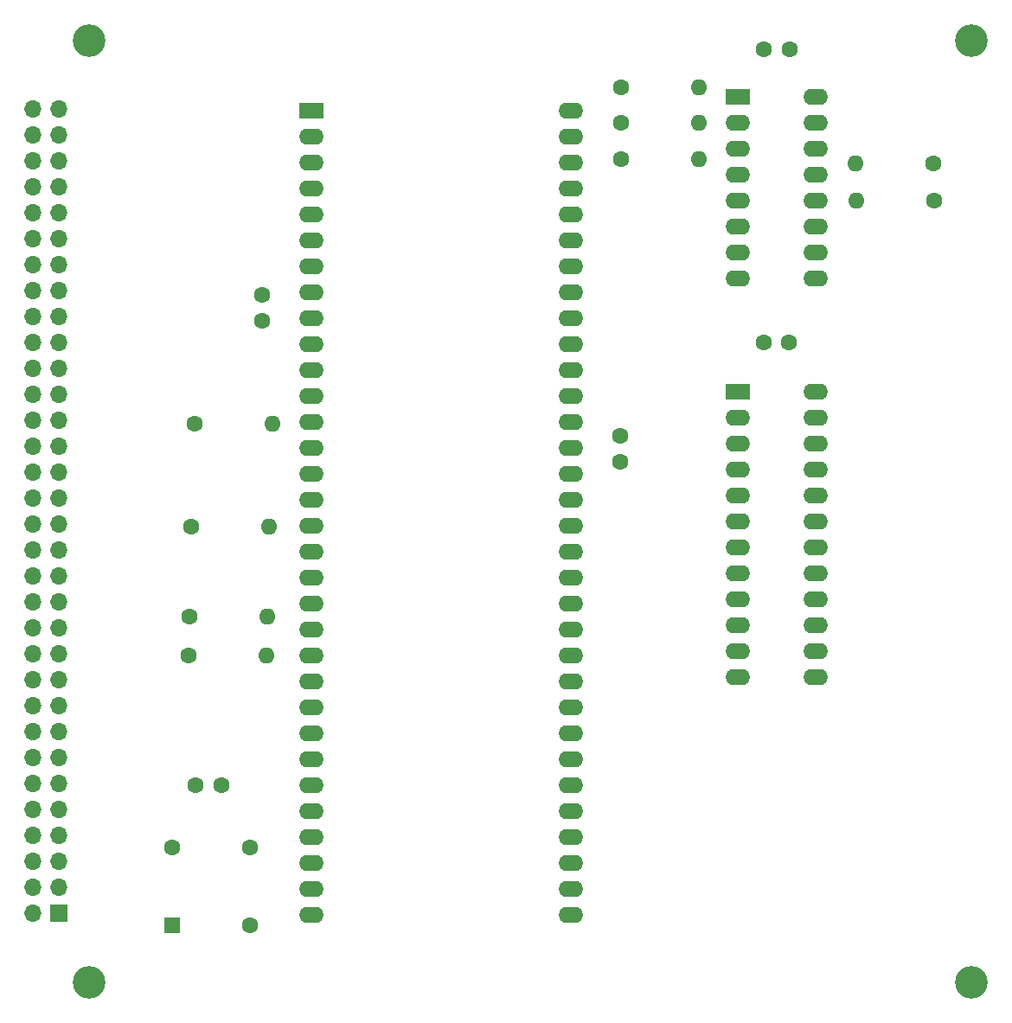
<source format=gts>
G04 #@! TF.GenerationSoftware,KiCad,Pcbnew,(6.0.2)*
G04 #@! TF.CreationDate,2022-10-15T15:39:51-07:00*
G04 #@! TF.ProjectId,CPU Board,43505520-426f-4617-9264-2e6b69636164,1.0*
G04 #@! TF.SameCoordinates,Original*
G04 #@! TF.FileFunction,Soldermask,Top*
G04 #@! TF.FilePolarity,Negative*
%FSLAX46Y46*%
G04 Gerber Fmt 4.6, Leading zero omitted, Abs format (unit mm)*
G04 Created by KiCad (PCBNEW (6.0.2)) date 2022-10-15 15:39:51*
%MOMM*%
%LPD*%
G01*
G04 APERTURE LIST*
%ADD10C,1.600000*%
%ADD11R,1.700000X1.700000*%
%ADD12O,1.700000X1.700000*%
%ADD13C,3.200000*%
%ADD14R,2.400000X1.600000*%
%ADD15O,2.400000X1.600000*%
%ADD16O,1.600000X1.600000*%
%ADD17R,1.600000X1.600000*%
G04 APERTURE END LIST*
D10*
X158120000Y-89140000D03*
X158120000Y-91640000D03*
D11*
X103160000Y-135895000D03*
D12*
X100620000Y-135895000D03*
X103160000Y-133355000D03*
X100620000Y-133355000D03*
X103160000Y-130815000D03*
X100620000Y-130815000D03*
X103160000Y-128275000D03*
X100620000Y-128275000D03*
X103160000Y-125735000D03*
X100620000Y-125735000D03*
X103160000Y-123195000D03*
X100620000Y-123195000D03*
X103160000Y-120655000D03*
X100620000Y-120655000D03*
X103160000Y-118115000D03*
X100620000Y-118115000D03*
X103160000Y-115575000D03*
X100620000Y-115575000D03*
X103160000Y-113035000D03*
X100620000Y-113035000D03*
X103160000Y-110495000D03*
X100620000Y-110495000D03*
X103160000Y-107955000D03*
X100620000Y-107955000D03*
X103160000Y-105415000D03*
X100620000Y-105415000D03*
X103160000Y-102875000D03*
X100620000Y-102875000D03*
X103160000Y-100335000D03*
X100620000Y-100335000D03*
X103160000Y-97795000D03*
X100620000Y-97795000D03*
X103160000Y-95255000D03*
X100620000Y-95255000D03*
X103160000Y-92715000D03*
X100620000Y-92715000D03*
X103160000Y-90175000D03*
X100620000Y-90175000D03*
X103160000Y-87635000D03*
X100620000Y-87635000D03*
X103160000Y-85095000D03*
X100620000Y-85095000D03*
X103160000Y-82555000D03*
X100620000Y-82555000D03*
X103160000Y-80015000D03*
X100620000Y-80015000D03*
X103160000Y-77475000D03*
X100620000Y-77475000D03*
X103160000Y-74935000D03*
X100620000Y-74935000D03*
X103160000Y-72395000D03*
X100620000Y-72395000D03*
X103160000Y-69855000D03*
X100620000Y-69855000D03*
X103160000Y-67315000D03*
X100620000Y-67315000D03*
X103160000Y-64775000D03*
X100620000Y-64775000D03*
X103160000Y-62235000D03*
X100620000Y-62235000D03*
X103160000Y-59695000D03*
X100620000Y-59695000D03*
X103160000Y-57155000D03*
X100620000Y-57155000D03*
D13*
X192532000Y-50419000D03*
X192532000Y-142621000D03*
X106172000Y-50419000D03*
X106172000Y-142621000D03*
D14*
X127930000Y-57290000D03*
D15*
X127930000Y-59830000D03*
X127930000Y-62370000D03*
X127930000Y-64910000D03*
X127930000Y-67450000D03*
X127930000Y-69990000D03*
X127930000Y-72530000D03*
X127930000Y-75070000D03*
X127930000Y-77610000D03*
X127930000Y-80150000D03*
X127930000Y-82690000D03*
X127930000Y-85230000D03*
X127930000Y-87770000D03*
X127930000Y-90310000D03*
X127930000Y-92850000D03*
X127930000Y-95390000D03*
X127930000Y-97930000D03*
X127930000Y-100470000D03*
X127930000Y-103010000D03*
X127930000Y-105550000D03*
X127930000Y-108090000D03*
X127930000Y-110630000D03*
X127930000Y-113170000D03*
X127930000Y-115710000D03*
X127930000Y-118250000D03*
X127930000Y-120790000D03*
X127930000Y-123330000D03*
X127930000Y-125870000D03*
X127930000Y-128410000D03*
X127930000Y-130950000D03*
X127930000Y-133490000D03*
X127930000Y-136030000D03*
X153330000Y-136030000D03*
X153330000Y-133490000D03*
X153330000Y-130950000D03*
X153330000Y-128410000D03*
X153330000Y-125870000D03*
X153330000Y-123330000D03*
X153330000Y-120790000D03*
X153330000Y-118250000D03*
X153330000Y-115710000D03*
X153330000Y-113170000D03*
X153330000Y-110630000D03*
X153330000Y-108090000D03*
X153330000Y-105550000D03*
X153330000Y-103010000D03*
X153330000Y-100470000D03*
X153330000Y-97930000D03*
X153330000Y-95390000D03*
X153330000Y-92850000D03*
X153330000Y-90310000D03*
X153330000Y-87770000D03*
X153330000Y-85230000D03*
X153330000Y-82690000D03*
X153330000Y-80150000D03*
X153330000Y-77610000D03*
X153330000Y-75070000D03*
X153330000Y-72530000D03*
X153330000Y-69990000D03*
X153330000Y-67450000D03*
X153330000Y-64910000D03*
X153330000Y-62370000D03*
X153330000Y-59830000D03*
X153330000Y-57290000D03*
D14*
X169620000Y-55940000D03*
D15*
X169620000Y-58480000D03*
X169620000Y-61020000D03*
X169620000Y-63560000D03*
X169620000Y-66100000D03*
X169620000Y-68640000D03*
X169620000Y-71180000D03*
X169620000Y-73720000D03*
X177240000Y-73720000D03*
X177240000Y-71180000D03*
X177240000Y-68640000D03*
X177240000Y-66100000D03*
X177240000Y-63560000D03*
X177240000Y-61020000D03*
X177240000Y-58480000D03*
X177240000Y-55940000D03*
D10*
X116440000Y-87920000D03*
D16*
X124060000Y-87920000D03*
D17*
X114280000Y-137040000D03*
D10*
X121900000Y-137040000D03*
X121900000Y-129420000D03*
X114280000Y-129420000D03*
X116130000Y-98030000D03*
D16*
X123750000Y-98030000D03*
D14*
X169590000Y-84785000D03*
D15*
X169590000Y-87325000D03*
X169590000Y-89865000D03*
X169590000Y-92405000D03*
X169590000Y-94945000D03*
X169590000Y-97485000D03*
X169590000Y-100025000D03*
X169590000Y-102565000D03*
X169590000Y-105105000D03*
X169590000Y-107645000D03*
X169590000Y-110185000D03*
X169590000Y-112725000D03*
X177210000Y-112725000D03*
X177210000Y-110185000D03*
X177210000Y-107645000D03*
X177210000Y-105105000D03*
X177210000Y-102565000D03*
X177210000Y-100025000D03*
X177210000Y-97485000D03*
X177210000Y-94945000D03*
X177210000Y-92405000D03*
X177210000Y-89865000D03*
X177210000Y-87325000D03*
X177210000Y-84785000D03*
D10*
X172140000Y-79935000D03*
X174640000Y-79935000D03*
X188810000Y-66090000D03*
D16*
X181190000Y-66090000D03*
D10*
X174670000Y-51310000D03*
X172170000Y-51310000D03*
X158170000Y-58490000D03*
D16*
X165790000Y-58490000D03*
D10*
X158170000Y-54970000D03*
D16*
X165790000Y-54970000D03*
D10*
X115900000Y-110630000D03*
D16*
X123520000Y-110630000D03*
D10*
X116570000Y-123360000D03*
X119070000Y-123360000D03*
X115960000Y-106850000D03*
D16*
X123580000Y-106850000D03*
D10*
X123100000Y-77850000D03*
X123100000Y-75350000D03*
X158170000Y-61990000D03*
D16*
X165790000Y-61990000D03*
D10*
X188800000Y-62480000D03*
D16*
X181180000Y-62480000D03*
M02*

</source>
